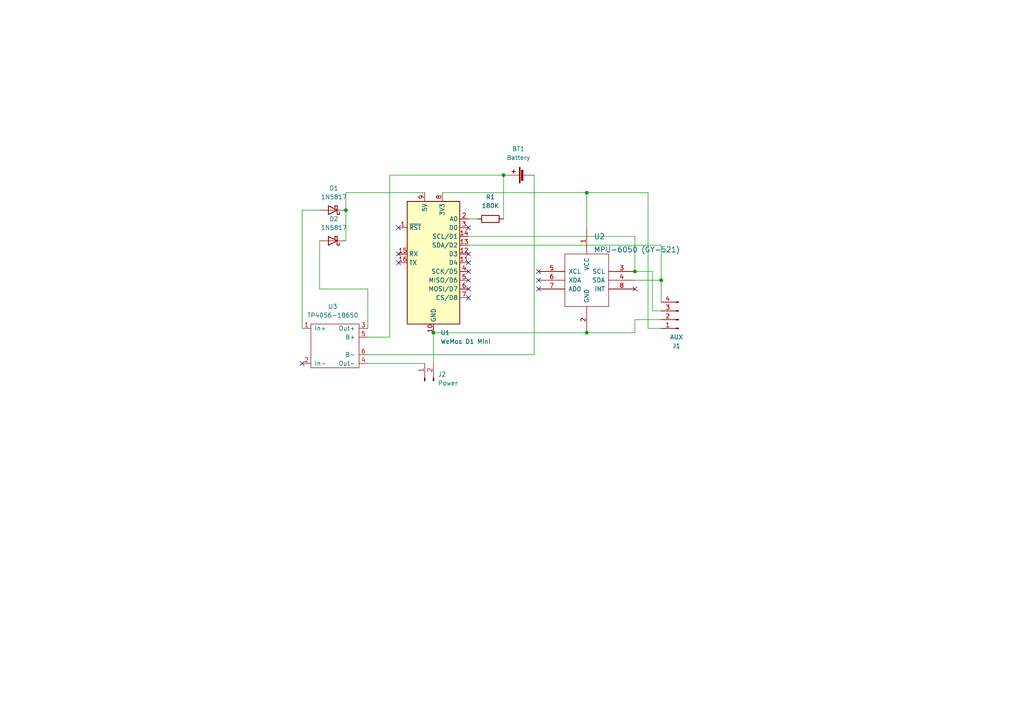
<source format=kicad_sch>
(kicad_sch (version 20211123) (generator eeschema)

  (uuid e63e39d7-6ac0-4ffd-8aa3-1841a4541b55)

  (paper "A4")

  (title_block
    (title "SlimeVR Mobo")
    (date "2022-02-23")
    (rev "1.0")
    (comment 4 "Author: Rolz73")
  )

  (lib_symbols
    (symbol "Connector:Conn_01x02_Male" (pin_names (offset 1.016) hide) (in_bom yes) (on_board yes)
      (property "Reference" "J" (id 0) (at 0 2.54 0)
        (effects (font (size 1.27 1.27)))
      )
      (property "Value" "Conn_01x02_Male" (id 1) (at 0 -5.08 0)
        (effects (font (size 1.27 1.27)))
      )
      (property "Footprint" "" (id 2) (at 0 0 0)
        (effects (font (size 1.27 1.27)) hide)
      )
      (property "Datasheet" "~" (id 3) (at 0 0 0)
        (effects (font (size 1.27 1.27)) hide)
      )
      (property "ki_keywords" "connector" (id 4) (at 0 0 0)
        (effects (font (size 1.27 1.27)) hide)
      )
      (property "ki_description" "Generic connector, single row, 01x02, script generated (kicad-library-utils/schlib/autogen/connector/)" (id 5) (at 0 0 0)
        (effects (font (size 1.27 1.27)) hide)
      )
      (property "ki_fp_filters" "Connector*:*_1x??_*" (id 6) (at 0 0 0)
        (effects (font (size 1.27 1.27)) hide)
      )
      (symbol "Conn_01x02_Male_1_1"
        (polyline
          (pts
            (xy 1.27 -2.54)
            (xy 0.8636 -2.54)
          )
          (stroke (width 0.1524) (type default) (color 0 0 0 0))
          (fill (type none))
        )
        (polyline
          (pts
            (xy 1.27 0)
            (xy 0.8636 0)
          )
          (stroke (width 0.1524) (type default) (color 0 0 0 0))
          (fill (type none))
        )
        (rectangle (start 0.8636 -2.413) (end 0 -2.667)
          (stroke (width 0.1524) (type default) (color 0 0 0 0))
          (fill (type outline))
        )
        (rectangle (start 0.8636 0.127) (end 0 -0.127)
          (stroke (width 0.1524) (type default) (color 0 0 0 0))
          (fill (type outline))
        )
        (pin passive line (at 5.08 0 180) (length 3.81)
          (name "Pin_1" (effects (font (size 1.27 1.27))))
          (number "1" (effects (font (size 1.27 1.27))))
        )
        (pin passive line (at 5.08 -2.54 180) (length 3.81)
          (name "Pin_2" (effects (font (size 1.27 1.27))))
          (number "2" (effects (font (size 1.27 1.27))))
        )
      )
    )
    (symbol "Connector:Conn_01x04_Male" (pin_names (offset 1.016) hide) (in_bom yes) (on_board yes)
      (property "Reference" "J" (id 0) (at 0 5.08 0)
        (effects (font (size 1.27 1.27)))
      )
      (property "Value" "Conn_01x04_Male" (id 1) (at 0 -7.62 0)
        (effects (font (size 1.27 1.27)))
      )
      (property "Footprint" "" (id 2) (at 0 0 0)
        (effects (font (size 1.27 1.27)) hide)
      )
      (property "Datasheet" "~" (id 3) (at 0 0 0)
        (effects (font (size 1.27 1.27)) hide)
      )
      (property "ki_keywords" "connector" (id 4) (at 0 0 0)
        (effects (font (size 1.27 1.27)) hide)
      )
      (property "ki_description" "Generic connector, single row, 01x04, script generated (kicad-library-utils/schlib/autogen/connector/)" (id 5) (at 0 0 0)
        (effects (font (size 1.27 1.27)) hide)
      )
      (property "ki_fp_filters" "Connector*:*_1x??_*" (id 6) (at 0 0 0)
        (effects (font (size 1.27 1.27)) hide)
      )
      (symbol "Conn_01x04_Male_1_1"
        (polyline
          (pts
            (xy 1.27 -5.08)
            (xy 0.8636 -5.08)
          )
          (stroke (width 0.1524) (type default) (color 0 0 0 0))
          (fill (type none))
        )
        (polyline
          (pts
            (xy 1.27 -2.54)
            (xy 0.8636 -2.54)
          )
          (stroke (width 0.1524) (type default) (color 0 0 0 0))
          (fill (type none))
        )
        (polyline
          (pts
            (xy 1.27 0)
            (xy 0.8636 0)
          )
          (stroke (width 0.1524) (type default) (color 0 0 0 0))
          (fill (type none))
        )
        (polyline
          (pts
            (xy 1.27 2.54)
            (xy 0.8636 2.54)
          )
          (stroke (width 0.1524) (type default) (color 0 0 0 0))
          (fill (type none))
        )
        (rectangle (start 0.8636 -4.953) (end 0 -5.207)
          (stroke (width 0.1524) (type default) (color 0 0 0 0))
          (fill (type outline))
        )
        (rectangle (start 0.8636 -2.413) (end 0 -2.667)
          (stroke (width 0.1524) (type default) (color 0 0 0 0))
          (fill (type outline))
        )
        (rectangle (start 0.8636 0.127) (end 0 -0.127)
          (stroke (width 0.1524) (type default) (color 0 0 0 0))
          (fill (type outline))
        )
        (rectangle (start 0.8636 2.667) (end 0 2.413)
          (stroke (width 0.1524) (type default) (color 0 0 0 0))
          (fill (type outline))
        )
        (pin passive line (at 5.08 2.54 180) (length 3.81)
          (name "Pin_1" (effects (font (size 1.27 1.27))))
          (number "1" (effects (font (size 1.27 1.27))))
        )
        (pin passive line (at 5.08 0 180) (length 3.81)
          (name "Pin_2" (effects (font (size 1.27 1.27))))
          (number "2" (effects (font (size 1.27 1.27))))
        )
        (pin passive line (at 5.08 -2.54 180) (length 3.81)
          (name "Pin_3" (effects (font (size 1.27 1.27))))
          (number "3" (effects (font (size 1.27 1.27))))
        )
        (pin passive line (at 5.08 -5.08 180) (length 3.81)
          (name "Pin_4" (effects (font (size 1.27 1.27))))
          (number "4" (effects (font (size 1.27 1.27))))
        )
      )
    )
    (symbol "Device:Battery_Cell" (pin_numbers hide) (pin_names (offset 0) hide) (in_bom yes) (on_board yes)
      (property "Reference" "BT" (id 0) (at 2.54 2.54 0)
        (effects (font (size 1.27 1.27)) (justify left))
      )
      (property "Value" "Battery_Cell" (id 1) (at 2.54 0 0)
        (effects (font (size 1.27 1.27)) (justify left))
      )
      (property "Footprint" "" (id 2) (at 0 1.524 90)
        (effects (font (size 1.27 1.27)) hide)
      )
      (property "Datasheet" "~" (id 3) (at 0 1.524 90)
        (effects (font (size 1.27 1.27)) hide)
      )
      (property "ki_keywords" "battery cell" (id 4) (at 0 0 0)
        (effects (font (size 1.27 1.27)) hide)
      )
      (property "ki_description" "Single-cell battery" (id 5) (at 0 0 0)
        (effects (font (size 1.27 1.27)) hide)
      )
      (symbol "Battery_Cell_0_1"
        (rectangle (start -2.286 1.778) (end 2.286 1.524)
          (stroke (width 0) (type default) (color 0 0 0 0))
          (fill (type outline))
        )
        (rectangle (start -1.5748 1.1938) (end 1.4732 0.6858)
          (stroke (width 0) (type default) (color 0 0 0 0))
          (fill (type outline))
        )
        (polyline
          (pts
            (xy 0 0.762)
            (xy 0 0)
          )
          (stroke (width 0) (type default) (color 0 0 0 0))
          (fill (type none))
        )
        (polyline
          (pts
            (xy 0 1.778)
            (xy 0 2.54)
          )
          (stroke (width 0) (type default) (color 0 0 0 0))
          (fill (type none))
        )
        (polyline
          (pts
            (xy 0.508 3.429)
            (xy 1.524 3.429)
          )
          (stroke (width 0.254) (type default) (color 0 0 0 0))
          (fill (type none))
        )
        (polyline
          (pts
            (xy 1.016 3.937)
            (xy 1.016 2.921)
          )
          (stroke (width 0.254) (type default) (color 0 0 0 0))
          (fill (type none))
        )
      )
      (symbol "Battery_Cell_1_1"
        (pin passive line (at 0 5.08 270) (length 2.54)
          (name "+" (effects (font (size 1.27 1.27))))
          (number "1" (effects (font (size 1.27 1.27))))
        )
        (pin passive line (at 0 -2.54 90) (length 2.54)
          (name "-" (effects (font (size 1.27 1.27))))
          (number "2" (effects (font (size 1.27 1.27))))
        )
      )
    )
    (symbol "Device:R" (pin_numbers hide) (pin_names (offset 0)) (in_bom yes) (on_board yes)
      (property "Reference" "R" (id 0) (at 2.032 0 90)
        (effects (font (size 1.27 1.27)))
      )
      (property "Value" "R" (id 1) (at 0 0 90)
        (effects (font (size 1.27 1.27)))
      )
      (property "Footprint" "" (id 2) (at -1.778 0 90)
        (effects (font (size 1.27 1.27)) hide)
      )
      (property "Datasheet" "~" (id 3) (at 0 0 0)
        (effects (font (size 1.27 1.27)) hide)
      )
      (property "ki_keywords" "R res resistor" (id 4) (at 0 0 0)
        (effects (font (size 1.27 1.27)) hide)
      )
      (property "ki_description" "Resistor" (id 5) (at 0 0 0)
        (effects (font (size 1.27 1.27)) hide)
      )
      (property "ki_fp_filters" "R_*" (id 6) (at 0 0 0)
        (effects (font (size 1.27 1.27)) hide)
      )
      (symbol "R_0_1"
        (rectangle (start -1.016 -2.54) (end 1.016 2.54)
          (stroke (width 0.254) (type default) (color 0 0 0 0))
          (fill (type none))
        )
      )
      (symbol "R_1_1"
        (pin passive line (at 0 3.81 270) (length 1.27)
          (name "~" (effects (font (size 1.27 1.27))))
          (number "1" (effects (font (size 1.27 1.27))))
        )
        (pin passive line (at 0 -3.81 90) (length 1.27)
          (name "~" (effects (font (size 1.27 1.27))))
          (number "2" (effects (font (size 1.27 1.27))))
        )
      )
    )
    (symbol "Diode:1N5817" (pin_numbers hide) (pin_names (offset 1.016) hide) (in_bom yes) (on_board yes)
      (property "Reference" "D" (id 0) (at 0 2.54 0)
        (effects (font (size 1.27 1.27)))
      )
      (property "Value" "1N5817" (id 1) (at 0 -2.54 0)
        (effects (font (size 1.27 1.27)))
      )
      (property "Footprint" "Diode_THT:D_DO-41_SOD81_P10.16mm_Horizontal" (id 2) (at 0 -4.445 0)
        (effects (font (size 1.27 1.27)) hide)
      )
      (property "Datasheet" "http://www.vishay.com/docs/88525/1n5817.pdf" (id 3) (at 0 0 0)
        (effects (font (size 1.27 1.27)) hide)
      )
      (property "ki_keywords" "diode Schottky" (id 4) (at 0 0 0)
        (effects (font (size 1.27 1.27)) hide)
      )
      (property "ki_description" "20V 1A Schottky Barrier Rectifier Diode, DO-41" (id 5) (at 0 0 0)
        (effects (font (size 1.27 1.27)) hide)
      )
      (property "ki_fp_filters" "D*DO?41*" (id 6) (at 0 0 0)
        (effects (font (size 1.27 1.27)) hide)
      )
      (symbol "1N5817_0_1"
        (polyline
          (pts
            (xy 1.27 0)
            (xy -1.27 0)
          )
          (stroke (width 0) (type default) (color 0 0 0 0))
          (fill (type none))
        )
        (polyline
          (pts
            (xy 1.27 1.27)
            (xy 1.27 -1.27)
            (xy -1.27 0)
            (xy 1.27 1.27)
          )
          (stroke (width 0.254) (type default) (color 0 0 0 0))
          (fill (type none))
        )
        (polyline
          (pts
            (xy -1.905 0.635)
            (xy -1.905 1.27)
            (xy -1.27 1.27)
            (xy -1.27 -1.27)
            (xy -0.635 -1.27)
            (xy -0.635 -0.635)
          )
          (stroke (width 0.254) (type default) (color 0 0 0 0))
          (fill (type none))
        )
      )
      (symbol "1N5817_1_1"
        (pin passive line (at -3.81 0 0) (length 2.54)
          (name "K" (effects (font (size 1.27 1.27))))
          (number "1" (effects (font (size 1.27 1.27))))
        )
        (pin passive line (at 3.81 0 180) (length 2.54)
          (name "A" (effects (font (size 1.27 1.27))))
          (number "2" (effects (font (size 1.27 1.27))))
        )
      )
    )
    (symbol "MCU_Module:WeMos_D1_mini" (in_bom yes) (on_board yes)
      (property "Reference" "U" (id 0) (at 3.81 19.05 0)
        (effects (font (size 1.27 1.27)) (justify left))
      )
      (property "Value" "WeMos_D1_mini" (id 1) (at 1.27 -19.05 0)
        (effects (font (size 1.27 1.27)) (justify left))
      )
      (property "Footprint" "Module:WEMOS_D1_mini_light" (id 2) (at 0 -29.21 0)
        (effects (font (size 1.27 1.27)) hide)
      )
      (property "Datasheet" "https://wiki.wemos.cc/products:d1:d1_mini#documentation" (id 3) (at -46.99 -29.21 0)
        (effects (font (size 1.27 1.27)) hide)
      )
      (property "ki_keywords" "ESP8266 WiFi microcontroller ESP8266EX" (id 4) (at 0 0 0)
        (effects (font (size 1.27 1.27)) hide)
      )
      (property "ki_description" "32-bit microcontroller module with WiFi" (id 5) (at 0 0 0)
        (effects (font (size 1.27 1.27)) hide)
      )
      (property "ki_fp_filters" "WEMOS*D1*mini*" (id 6) (at 0 0 0)
        (effects (font (size 1.27 1.27)) hide)
      )
      (symbol "WeMos_D1_mini_1_1"
        (rectangle (start -7.62 17.78) (end 7.62 -17.78)
          (stroke (width 0.254) (type default) (color 0 0 0 0))
          (fill (type background))
        )
        (pin input line (at -10.16 10.16 0) (length 2.54)
          (name "~{RST}" (effects (font (size 1.27 1.27))))
          (number "1" (effects (font (size 1.27 1.27))))
        )
        (pin power_in line (at 0 -20.32 90) (length 2.54)
          (name "GND" (effects (font (size 1.27 1.27))))
          (number "10" (effects (font (size 1.27 1.27))))
        )
        (pin bidirectional line (at 10.16 0 180) (length 2.54)
          (name "D4" (effects (font (size 1.27 1.27))))
          (number "11" (effects (font (size 1.27 1.27))))
        )
        (pin bidirectional line (at 10.16 2.54 180) (length 2.54)
          (name "D3" (effects (font (size 1.27 1.27))))
          (number "12" (effects (font (size 1.27 1.27))))
        )
        (pin bidirectional line (at 10.16 5.08 180) (length 2.54)
          (name "SDA/D2" (effects (font (size 1.27 1.27))))
          (number "13" (effects (font (size 1.27 1.27))))
        )
        (pin bidirectional line (at 10.16 7.62 180) (length 2.54)
          (name "SCL/D1" (effects (font (size 1.27 1.27))))
          (number "14" (effects (font (size 1.27 1.27))))
        )
        (pin input line (at -10.16 2.54 0) (length 2.54)
          (name "RX" (effects (font (size 1.27 1.27))))
          (number "15" (effects (font (size 1.27 1.27))))
        )
        (pin output line (at -10.16 0 0) (length 2.54)
          (name "TX" (effects (font (size 1.27 1.27))))
          (number "16" (effects (font (size 1.27 1.27))))
        )
        (pin input line (at 10.16 12.7 180) (length 2.54)
          (name "A0" (effects (font (size 1.27 1.27))))
          (number "2" (effects (font (size 1.27 1.27))))
        )
        (pin bidirectional line (at 10.16 10.16 180) (length 2.54)
          (name "D0" (effects (font (size 1.27 1.27))))
          (number "3" (effects (font (size 1.27 1.27))))
        )
        (pin bidirectional line (at 10.16 -2.54 180) (length 2.54)
          (name "SCK/D5" (effects (font (size 1.27 1.27))))
          (number "4" (effects (font (size 1.27 1.27))))
        )
        (pin bidirectional line (at 10.16 -5.08 180) (length 2.54)
          (name "MISO/D6" (effects (font (size 1.27 1.27))))
          (number "5" (effects (font (size 1.27 1.27))))
        )
        (pin bidirectional line (at 10.16 -7.62 180) (length 2.54)
          (name "MOSI/D7" (effects (font (size 1.27 1.27))))
          (number "6" (effects (font (size 1.27 1.27))))
        )
        (pin bidirectional line (at 10.16 -10.16 180) (length 2.54)
          (name "CS/D8" (effects (font (size 1.27 1.27))))
          (number "7" (effects (font (size 1.27 1.27))))
        )
        (pin power_out line (at 2.54 20.32 270) (length 2.54)
          (name "3V3" (effects (font (size 1.27 1.27))))
          (number "8" (effects (font (size 1.27 1.27))))
        )
        (pin power_in line (at -2.54 20.32 270) (length 2.54)
          (name "5V" (effects (font (size 1.27 1.27))))
          (number "9" (effects (font (size 1.27 1.27))))
        )
      )
    )
    (symbol "TP4056:TP4056-18650" (pin_names (offset 1.016)) (in_bom yes) (on_board yes)
      (property "Reference" "U" (id 0) (at -6.35 7.62 0)
        (effects (font (size 1.27 1.27)))
      )
      (property "Value" "TP4056-18650" (id 1) (at 0 -7.62 0)
        (effects (font (size 1.27 1.27)))
      )
      (property "Footprint" "" (id 2) (at -2.54 -2.54 0)
        (effects (font (size 1.27 1.27)) hide)
      )
      (property "Datasheet" "" (id 3) (at -2.54 -2.54 0)
        (effects (font (size 1.27 1.27)) hide)
      )
      (symbol "TP4056-18650_0_1"
        (rectangle (start -8.89 3.81) (end -8.89 3.81)
          (stroke (width 0) (type default) (color 0 0 0 0))
          (fill (type none))
        )
        (polyline
          (pts
            (xy -7.62 6.35)
            (xy 6.35 6.35)
            (xy 6.35 -6.35)
            (xy -7.62 -6.35)
            (xy -7.62 6.35)
          )
          (stroke (width 0) (type default) (color 0 0 0 0))
          (fill (type none))
        )
      )
      (symbol "TP4056-18650_1_1"
        (pin input line (at -10.16 5.08 0) (length 2.54)
          (name "In+" (effects (font (size 1.27 1.27))))
          (number "1" (effects (font (size 1.27 1.27))))
        )
        (pin input line (at -10.16 -5.08 0) (length 2.54)
          (name "In-" (effects (font (size 1.27 1.27))))
          (number "2" (effects (font (size 1.27 1.27))))
        )
        (pin output line (at 8.89 5.08 180) (length 2.54)
          (name "Out+" (effects (font (size 1.27 1.27))))
          (number "3" (effects (font (size 1.27 1.27))))
        )
        (pin output line (at 8.89 -5.08 180) (length 2.54)
          (name "Out-" (effects (font (size 1.27 1.27))))
          (number "4" (effects (font (size 1.27 1.27))))
        )
        (pin input line (at 8.89 2.54 180) (length 2.54)
          (name "B+" (effects (font (size 1.27 1.27))))
          (number "5" (effects (font (size 1.27 1.27))))
        )
        (pin input line (at 8.89 -2.54 180) (length 2.54)
          (name "B-" (effects (font (size 1.27 1.27))))
          (number "6" (effects (font (size 1.27 1.27))))
        )
      )
    )
    (symbol "gy-521:GY-521" (pin_names (offset 1.016)) (in_bom yes) (on_board yes)
      (property "Reference" "U" (id 0) (at 2.54 8.89 0)
        (effects (font (size 1.524 1.524)))
      )
      (property "Value" "GY-521" (id 1) (at 5.08 11.43 0)
        (effects (font (size 1.524 1.524)))
      )
      (property "Footprint" "" (id 2) (at 0 0 0)
        (effects (font (size 1.524 1.524)))
      )
      (property "Datasheet" "" (id 3) (at 0 0 0)
        (effects (font (size 1.524 1.524)))
      )
      (symbol "GY-521_0_1"
        (rectangle (start -6.35 7.62) (end 6.35 -7.62)
          (stroke (width 0) (type default) (color 0 0 0 0))
          (fill (type none))
        )
      )
      (symbol "GY-521_1_1"
        (pin input line (at 0 15.24 270) (length 7.62)
          (name "VCC" (effects (font (size 1.27 1.27))))
          (number "1" (effects (font (size 1.27 1.27))))
        )
        (pin input line (at 0 -15.24 90) (length 7.62)
          (name "GND" (effects (font (size 1.27 1.27))))
          (number "2" (effects (font (size 1.27 1.27))))
        )
        (pin input line (at 13.97 2.54 180) (length 7.62)
          (name "SCL" (effects (font (size 1.27 1.27))))
          (number "3" (effects (font (size 1.27 1.27))))
        )
        (pin input line (at 13.97 0 180) (length 7.62)
          (name "SDA" (effects (font (size 1.27 1.27))))
          (number "4" (effects (font (size 1.27 1.27))))
        )
        (pin input line (at -13.97 2.54 0) (length 7.62)
          (name "XCL" (effects (font (size 1.27 1.27))))
          (number "5" (effects (font (size 1.27 1.27))))
        )
        (pin input line (at -13.97 0 0) (length 7.62)
          (name "XDA" (effects (font (size 1.27 1.27))))
          (number "6" (effects (font (size 1.27 1.27))))
        )
        (pin input line (at -13.97 -2.54 0) (length 7.62)
          (name "AD0" (effects (font (size 1.27 1.27))))
          (number "7" (effects (font (size 1.27 1.27))))
        )
        (pin input line (at 13.97 -2.54 180) (length 7.62)
          (name "INT" (effects (font (size 1.27 1.27))))
          (number "8" (effects (font (size 1.27 1.27))))
        )
      )
    )
  )

  (junction (at 146.05 50.8) (diameter 0) (color 0 0 0 0)
    (uuid 1c3872c4-913f-44d2-bbdb-5218e75cb8c9)
  )
  (junction (at 170.18 96.52) (diameter 0) (color 0 0 0 0)
    (uuid 2966d0c2-b6ff-4a98-a7d1-6be2850b713a)
  )
  (junction (at 125.73 96.52) (diameter 0) (color 0 0 0 0)
    (uuid 41fe93a4-4b19-46f6-9e3e-3fddfe664605)
  )
  (junction (at 100.33 60.96) (diameter 0) (color 0 0 0 0)
    (uuid 718d657a-8e51-40f7-a655-3f341a7abb80)
  )
  (junction (at 184.15 78.74) (diameter 0) (color 0 0 0 0)
    (uuid aac9b30c-61e3-4cb3-b32d-c0700fa8a3cb)
  )
  (junction (at 191.77 81.28) (diameter 0) (color 0 0 0 0)
    (uuid df90452d-3f51-4341-a0ac-58fd7007ffd1)
  )
  (junction (at 170.18 55.88) (diameter 0) (color 0 0 0 0)
    (uuid f2f2d0fe-931b-4942-8406-41f9e1eb85fb)
  )

  (no_connect (at 184.15 83.82) (uuid 849c2a16-40fd-4f1c-a58a-4c8d80776742))
  (no_connect (at 115.57 66.04) (uuid 849c2a16-40fd-4f1c-a58a-4c8d80776743))
  (no_connect (at 115.57 73.66) (uuid 849c2a16-40fd-4f1c-a58a-4c8d80776744))
  (no_connect (at 115.57 76.2) (uuid 849c2a16-40fd-4f1c-a58a-4c8d80776745))
  (no_connect (at 135.89 86.36) (uuid 849c2a16-40fd-4f1c-a58a-4c8d80776746))
  (no_connect (at 135.89 66.04) (uuid 849c2a16-40fd-4f1c-a58a-4c8d80776747))
  (no_connect (at 156.21 83.82) (uuid 849c2a16-40fd-4f1c-a58a-4c8d80776748))
  (no_connect (at 156.21 81.28) (uuid 849c2a16-40fd-4f1c-a58a-4c8d80776749))
  (no_connect (at 156.21 78.74) (uuid 849c2a16-40fd-4f1c-a58a-4c8d8077674a))
  (no_connect (at 135.89 83.82) (uuid c3243f10-92a5-4acc-b934-50aad2442a9d))
  (no_connect (at 135.89 81.28) (uuid c3243f10-92a5-4acc-b934-50aad2442a9e))
  (no_connect (at 135.89 78.74) (uuid c3243f10-92a5-4acc-b934-50aad2442a9f))
  (no_connect (at 135.89 76.2) (uuid c3243f10-92a5-4acc-b934-50aad2442aa0))
  (no_connect (at 135.89 73.66) (uuid c3243f10-92a5-4acc-b934-50aad2442aa1))
  (no_connect (at 87.63 105.41) (uuid fb204c13-36cf-4a09-9b02-a076fad0cbc4))

  (wire (pts (xy 87.63 95.25) (xy 87.63 60.96))
    (stroke (width 0) (type default) (color 0 0 0 0))
    (uuid 03394740-5e37-4d43-8e50-e06528193252)
  )
  (wire (pts (xy 184.15 68.58) (xy 184.15 78.74))
    (stroke (width 0) (type default) (color 0 0 0 0))
    (uuid 0468b3f5-2196-470b-ab63-4328b5f05e06)
  )
  (wire (pts (xy 184.15 92.71) (xy 191.77 92.71))
    (stroke (width 0) (type default) (color 0 0 0 0))
    (uuid 1661b63e-0f7b-422f-95fb-23e1b014bb67)
  )
  (wire (pts (xy 135.89 71.12) (xy 191.77 71.12))
    (stroke (width 0) (type default) (color 0 0 0 0))
    (uuid 232ea8da-d342-4282-8eac-bd32ad146859)
  )
  (wire (pts (xy 184.15 96.52) (xy 184.15 92.71))
    (stroke (width 0) (type default) (color 0 0 0 0))
    (uuid 279e0b95-ebfb-4b71-b884-1f6ffc93c47d)
  )
  (wire (pts (xy 189.23 78.74) (xy 189.23 90.17))
    (stroke (width 0) (type default) (color 0 0 0 0))
    (uuid 2aeb3129-bc3a-4d91-a7b1-66faee5b7649)
  )
  (wire (pts (xy 106.68 105.41) (xy 123.19 105.41))
    (stroke (width 0) (type default) (color 0 0 0 0))
    (uuid 2d38429c-e76f-4ac3-a609-eca610b831a6)
  )
  (wire (pts (xy 125.73 96.52) (xy 170.18 96.52))
    (stroke (width 0) (type default) (color 0 0 0 0))
    (uuid 333f18d2-d2b4-4bc6-abac-5163b684f16f)
  )
  (wire (pts (xy 100.33 60.96) (xy 100.33 55.88))
    (stroke (width 0) (type default) (color 0 0 0 0))
    (uuid 3e0f85f1-2ea0-4a81-93eb-2cc72287753c)
  )
  (wire (pts (xy 113.03 50.8) (xy 113.03 97.79))
    (stroke (width 0) (type default) (color 0 0 0 0))
    (uuid 46e7f52d-287c-4b4e-83bd-22f80a1de750)
  )
  (wire (pts (xy 146.05 50.8) (xy 113.03 50.8))
    (stroke (width 0) (type default) (color 0 0 0 0))
    (uuid 4e3625d3-246e-4ac9-9d5f-11acb6929546)
  )
  (wire (pts (xy 154.94 102.87) (xy 106.68 102.87))
    (stroke (width 0) (type default) (color 0 0 0 0))
    (uuid 5658c9dd-a68f-4bfd-8144-690ffda3f807)
  )
  (wire (pts (xy 191.77 95.25) (xy 187.96 95.25))
    (stroke (width 0) (type default) (color 0 0 0 0))
    (uuid 5d3d0db6-0f93-487b-89e2-f850b13a9f69)
  )
  (wire (pts (xy 100.33 55.88) (xy 123.19 55.88))
    (stroke (width 0) (type default) (color 0 0 0 0))
    (uuid 625c2afc-123e-46e1-8b33-8d3c15458862)
  )
  (wire (pts (xy 92.71 69.85) (xy 92.71 83.82))
    (stroke (width 0) (type default) (color 0 0 0 0))
    (uuid 633e0c30-b110-4b00-bb0c-1fa95a099175)
  )
  (wire (pts (xy 187.96 95.25) (xy 187.96 55.88))
    (stroke (width 0) (type default) (color 0 0 0 0))
    (uuid 737a1995-2b74-4edc-9d40-7a871a0b36d4)
  )
  (wire (pts (xy 170.18 96.52) (xy 184.15 96.52))
    (stroke (width 0) (type default) (color 0 0 0 0))
    (uuid 7b5c726e-56e2-43fd-8b38-79183d1d6841)
  )
  (wire (pts (xy 170.18 55.88) (xy 187.96 55.88))
    (stroke (width 0) (type default) (color 0 0 0 0))
    (uuid 860d2808-0785-4650-a91f-74834b9ddcd2)
  )
  (wire (pts (xy 191.77 71.12) (xy 191.77 81.28))
    (stroke (width 0) (type default) (color 0 0 0 0))
    (uuid 8934ee6e-9b26-4387-8d2f-15349d94b8c8)
  )
  (wire (pts (xy 135.89 63.5) (xy 138.43 63.5))
    (stroke (width 0) (type default) (color 0 0 0 0))
    (uuid 9292defd-9cc7-4006-bd2f-d211a55c141a)
  )
  (wire (pts (xy 184.15 78.74) (xy 189.23 78.74))
    (stroke (width 0) (type default) (color 0 0 0 0))
    (uuid 982f0320-2c76-4e7a-9433-6ba8b9c20662)
  )
  (wire (pts (xy 125.73 96.52) (xy 125.73 105.41))
    (stroke (width 0) (type default) (color 0 0 0 0))
    (uuid a012bb80-fa8e-495e-8431-65990ddf0aee)
  )
  (wire (pts (xy 135.89 68.58) (xy 184.15 68.58))
    (stroke (width 0) (type default) (color 0 0 0 0))
    (uuid a37e0ac7-eddc-4afc-92f1-a8810896526d)
  )
  (wire (pts (xy 113.03 97.79) (xy 106.68 97.79))
    (stroke (width 0) (type default) (color 0 0 0 0))
    (uuid af8c42a1-244f-4ab9-9068-8aebecf7c050)
  )
  (wire (pts (xy 147.32 50.8) (xy 146.05 50.8))
    (stroke (width 0) (type default) (color 0 0 0 0))
    (uuid b0d08b80-4334-4bf3-a1b5-3d51296a53dc)
  )
  (wire (pts (xy 191.77 81.28) (xy 184.15 81.28))
    (stroke (width 0) (type default) (color 0 0 0 0))
    (uuid b1272b01-15ab-40ae-b6f2-772164d007b6)
  )
  (wire (pts (xy 100.33 60.96) (xy 100.33 69.85))
    (stroke (width 0) (type default) (color 0 0 0 0))
    (uuid b3ae6b5c-15e1-4012-8dbf-9f5798f480cc)
  )
  (wire (pts (xy 146.05 50.8) (xy 146.05 63.5))
    (stroke (width 0) (type default) (color 0 0 0 0))
    (uuid c4df3502-e2bd-4491-b9fc-92b3bb66cab6)
  )
  (wire (pts (xy 191.77 87.63) (xy 191.77 81.28))
    (stroke (width 0) (type default) (color 0 0 0 0))
    (uuid c5316c8c-b5b0-41ef-914b-bbd5061ede3d)
  )
  (wire (pts (xy 170.18 55.88) (xy 128.27 55.88))
    (stroke (width 0) (type default) (color 0 0 0 0))
    (uuid c7c4a671-3755-4de9-890e-1b6c523b959e)
  )
  (wire (pts (xy 92.71 83.82) (xy 106.68 83.82))
    (stroke (width 0) (type default) (color 0 0 0 0))
    (uuid c963c8ed-73f8-4123-8e83-68881f5d4657)
  )
  (wire (pts (xy 191.77 90.17) (xy 189.23 90.17))
    (stroke (width 0) (type default) (color 0 0 0 0))
    (uuid c9856956-f90d-4225-b145-c23cc91a47a0)
  )
  (wire (pts (xy 106.68 83.82) (xy 106.68 95.25))
    (stroke (width 0) (type default) (color 0 0 0 0))
    (uuid d6b8f803-bd0e-42b2-9586-7a0c286a4a78)
  )
  (wire (pts (xy 87.63 60.96) (xy 92.71 60.96))
    (stroke (width 0) (type default) (color 0 0 0 0))
    (uuid e7cfaa4d-95cc-4500-94eb-2186263eb97e)
  )
  (wire (pts (xy 154.94 50.8) (xy 154.94 102.87))
    (stroke (width 0) (type default) (color 0 0 0 0))
    (uuid ebf4f21c-060b-4e1b-a8de-434e619b38c2)
  )
  (wire (pts (xy 170.18 66.04) (xy 170.18 55.88))
    (stroke (width 0) (type default) (color 0 0 0 0))
    (uuid f9f486cc-0c05-43d8-9249-83dcdec0ce70)
  )

  (symbol (lib_id "Diode:1N5817") (at 96.52 69.85 180) (unit 1)
    (in_bom yes) (on_board yes) (fields_autoplaced)
    (uuid 1712bce1-82b2-4061-8271-332eb75bb1a6)
    (property "Reference" "D2" (id 0) (at 96.8375 63.5 0))
    (property "Value" "1N5817" (id 1) (at 96.8375 66.04 0))
    (property "Footprint" "Diode_THT:D_DO-41_SOD81_P10.16mm_Horizontal" (id 2) (at 96.52 65.405 0)
      (effects (font (size 1.27 1.27)) hide)
    )
    (property "Datasheet" "http://www.vishay.com/docs/88525/1n5817.pdf" (id 3) (at 96.52 69.85 0)
      (effects (font (size 1.27 1.27)) hide)
    )
    (pin "1" (uuid 3b16e01e-f1b7-4560-b476-1275688efb16))
    (pin "2" (uuid 7fc11cf4-5bf3-4f93-881a-bdc0baa79b3a))
  )

  (symbol (lib_id "Device:Battery_Cell") (at 152.4 50.8 90) (unit 1)
    (in_bom yes) (on_board yes) (fields_autoplaced)
    (uuid 30a06f66-9fee-4536-b302-01811e2778bb)
    (property "Reference" "BT1" (id 0) (at 150.368 43.18 90))
    (property "Value" "Battery" (id 1) (at 150.368 45.72 90))
    (property "Footprint" "SlimeVRMobo:Battery" (id 2) (at 150.876 50.8 90)
      (effects (font (size 1.27 1.27)) hide)
    )
    (property "Datasheet" "~" (id 3) (at 150.876 50.8 90)
      (effects (font (size 1.27 1.27)) hide)
    )
    (pin "1" (uuid c2c49e73-2853-42df-a3d2-60bf1fac8f2e))
    (pin "2" (uuid e4225e3a-e898-4543-8401-e8105d02a382))
  )

  (symbol (lib_id "Connector:Conn_01x02_Male") (at 123.19 110.49 90) (unit 1)
    (in_bom yes) (on_board yes) (fields_autoplaced)
    (uuid 49389a66-8741-452b-8284-834f65c51e1b)
    (property "Reference" "J2" (id 0) (at 127 108.5849 90)
      (effects (font (size 1.27 1.27)) (justify right))
    )
    (property "Value" "Power" (id 1) (at 127 111.1249 90)
      (effects (font (size 1.27 1.27)) (justify right))
    )
    (property "Footprint" "Connector_PinHeader_2.54mm:PinHeader_1x02_P2.54mm_Vertical" (id 2) (at 123.19 110.49 0)
      (effects (font (size 1.27 1.27)) hide)
    )
    (property "Datasheet" "~" (id 3) (at 123.19 110.49 0)
      (effects (font (size 1.27 1.27)) hide)
    )
    (pin "1" (uuid ca0eab8e-e3fd-464d-bb03-d1603b8a651b))
    (pin "2" (uuid 6f75ea3e-6135-44f5-9313-1aad839ab6f6))
  )

  (symbol (lib_id "MCU_Module:WeMos_D1_mini") (at 125.73 76.2 0) (unit 1)
    (in_bom yes) (on_board yes) (fields_autoplaced)
    (uuid a2e657e9-8fbb-46fe-96c9-f7babcd4a7d6)
    (property "Reference" "U1" (id 0) (at 127.7494 96.52 0)
      (effects (font (size 1.27 1.27)) (justify left))
    )
    (property "Value" "WeMos D1 Mini" (id 1) (at 127.7494 99.06 0)
      (effects (font (size 1.27 1.27)) (justify left))
    )
    (property "Footprint" "Module:WEMOS_D1_mini_light" (id 2) (at 125.73 105.41 0)
      (effects (font (size 1.27 1.27)) hide)
    )
    (property "Datasheet" "" (id 3) (at 78.74 105.41 0)
      (effects (font (size 1.27 1.27)) hide)
    )
    (pin "1" (uuid 73c4a22b-6852-466b-986e-cd58834dbe20))
    (pin "10" (uuid 2cb9c49e-82d7-476b-bc58-8c6fff3dddf8))
    (pin "11" (uuid 4bb5736a-d22c-47e8-a09f-02490b2d7b1d))
    (pin "12" (uuid fdf1b3e7-069e-4f76-9d87-caaeb7d55ad9))
    (pin "13" (uuid eefbb01a-1017-402d-94d8-5e1519140627))
    (pin "14" (uuid d7c96d03-c33d-42a4-b9f5-33ebc94d6064))
    (pin "15" (uuid 7442195e-b309-4104-87d4-096c8b6e0583))
    (pin "16" (uuid f2b36193-b632-424c-b534-9f2f874f65c5))
    (pin "2" (uuid 62a0b005-d543-412f-93b9-72a8d1c3610c))
    (pin "3" (uuid 520b6a75-0c73-42ff-a977-3233797b07fd))
    (pin "4" (uuid 831a4f32-12d2-4459-a312-8eb16d9bc613))
    (pin "5" (uuid f3ba56bf-dc73-46ce-baf4-178b1da76b36))
    (pin "6" (uuid 7c849e86-e149-44f3-8e6f-1e68de7023ea))
    (pin "7" (uuid cfbc958e-3fb8-49ab-a1a0-0abbb8af3f4b))
    (pin "8" (uuid 8197234b-d466-4dd0-b29a-d8c861bfb7ac))
    (pin "9" (uuid acdd6813-47a9-43b9-8c0d-c0787f18321e))
  )

  (symbol (lib_id "Connector:Conn_01x04_Male") (at 196.85 92.71 180) (unit 1)
    (in_bom yes) (on_board yes) (fields_autoplaced)
    (uuid a6a4eea9-f75e-4f3a-bb3d-08d711b31662)
    (property "Reference" "J1" (id 0) (at 196.215 100.33 0))
    (property "Value" "AUX" (id 1) (at 196.215 97.79 0))
    (property "Footprint" "Connector_JST:JST_XH_B4B-XH-A_1x04_P2.50mm_Vertical" (id 2) (at 196.85 92.71 0)
      (effects (font (size 1.27 1.27)) hide)
    )
    (property "Datasheet" "~" (id 3) (at 196.85 92.71 0)
      (effects (font (size 1.27 1.27)) hide)
    )
    (pin "1" (uuid 9c62cee8-92e1-4d8c-ae39-608e89b46f51))
    (pin "2" (uuid c4341add-cd9b-4cb5-b7c9-44f97b8f1899))
    (pin "3" (uuid dab160f9-ae30-44e4-8239-3e87b3a84715))
    (pin "4" (uuid d7330338-c0d5-4a64-b93d-2554a72179c2))
  )

  (symbol (lib_id "gy-521:GY-521") (at 170.18 81.28 0) (unit 1)
    (in_bom yes) (on_board yes) (fields_autoplaced)
    (uuid d40a4da3-8d4b-4078-ab6e-16023e0e2fdc)
    (property "Reference" "U2" (id 0) (at 172.1994 68.58 0)
      (effects (font (size 1.524 1.524)) (justify left))
    )
    (property "Value" "MPU-6050 (GY-521)" (id 1) (at 172.1994 72.39 0)
      (effects (font (size 1.524 1.524)) (justify left))
    )
    (property "Footprint" "SlimeVRMobo:GY-521" (id 2) (at 170.18 81.28 0)
      (effects (font (size 1.524 1.524)) hide)
    )
    (property "Datasheet" "" (id 3) (at 170.18 81.28 0)
      (effects (font (size 1.524 1.524)) hide)
    )
    (pin "1" (uuid 61995fc1-d164-4eb4-b4bd-b543e3c86ea7))
    (pin "2" (uuid bcb18a97-9e4e-418d-8879-eaa8aabc7b5e))
    (pin "3" (uuid 1c54f713-91cc-4a71-999b-7980e5836231))
    (pin "4" (uuid 59d2748f-0c97-4cc1-ae68-3227560e4bb2))
    (pin "5" (uuid a11edde1-d20f-49bc-b294-9042266530e1))
    (pin "6" (uuid 96c35c92-f0ec-48c7-a671-2f1bc5b1ed4e))
    (pin "7" (uuid 2d81b6b0-0081-4717-818c-9e22a2881f1b))
    (pin "8" (uuid 6dd37b2a-a732-48dd-8cd4-b55f4c7efaa3))
  )

  (symbol (lib_id "Diode:1N5817") (at 96.52 60.96 180) (unit 1)
    (in_bom yes) (on_board yes) (fields_autoplaced)
    (uuid f8c0c85b-63aa-4456-8454-d2738e87b07e)
    (property "Reference" "D1" (id 0) (at 96.8375 54.61 0))
    (property "Value" "1N5817" (id 1) (at 96.8375 57.15 0))
    (property "Footprint" "Diode_THT:D_DO-41_SOD81_P10.16mm_Horizontal" (id 2) (at 96.52 56.515 0)
      (effects (font (size 1.27 1.27)) hide)
    )
    (property "Datasheet" "http://www.vishay.com/docs/88525/1n5817.pdf" (id 3) (at 96.52 60.96 0)
      (effects (font (size 1.27 1.27)) hide)
    )
    (pin "1" (uuid 99e54519-d20a-45b3-ae87-4d6c0dc3e732))
    (pin "2" (uuid cc6719ea-cbc4-4df1-901a-696ccd520832))
  )

  (symbol (lib_id "Device:R") (at 142.24 63.5 270) (unit 1)
    (in_bom yes) (on_board yes) (fields_autoplaced)
    (uuid f9b30b40-7bf6-4e31-9bb4-7f34e740cd2d)
    (property "Reference" "R1" (id 0) (at 142.24 57.15 90))
    (property "Value" "180K" (id 1) (at 142.24 59.69 90))
    (property "Footprint" "Resistor_THT:R_Axial_DIN0207_L6.3mm_D2.5mm_P7.62mm_Horizontal" (id 2) (at 142.24 61.722 90)
      (effects (font (size 1.27 1.27)) hide)
    )
    (property "Datasheet" "~" (id 3) (at 142.24 63.5 0)
      (effects (font (size 1.27 1.27)) hide)
    )
    (pin "1" (uuid d64c3522-7fcf-4ff3-ba0f-e9a13ab078b3))
    (pin "2" (uuid 8fde348d-fc67-4c49-92f7-b54064824a84))
  )

  (symbol (lib_id "TP4056:TP4056-18650") (at 97.79 100.33 0) (unit 1)
    (in_bom yes) (on_board yes) (fields_autoplaced)
    (uuid ff400bec-ef06-4dbb-9c85-4365a7d29e10)
    (property "Reference" "U3" (id 0) (at 96.52 88.9 0))
    (property "Value" "TP4056-18650" (id 1) (at 96.52 91.44 0))
    (property "Footprint" "SlimeVRMobo:TP4056-18650" (id 2) (at 95.25 102.87 0)
      (effects (font (size 1.27 1.27)) hide)
    )
    (property "Datasheet" "" (id 3) (at 95.25 102.87 0)
      (effects (font (size 1.27 1.27)) hide)
    )
    (pin "1" (uuid 527ff109-3208-46e9-b862-0b0d9928f454))
    (pin "2" (uuid fd442a70-5175-49c3-b181-d2ac4b6bdfff))
    (pin "3" (uuid e4bc036a-f187-4fe2-aaa2-94b6d082f5bc))
    (pin "4" (uuid 574d5c15-812e-4405-b6ca-39c11770f6b6))
    (pin "5" (uuid 9f026f0d-a727-4f17-90b6-04111fc0e5d9))
    (pin "6" (uuid 0ddb3e07-1ca6-4fd7-95af-1e24be6ac67f))
  )

  (sheet_instances
    (path "/" (page "1"))
  )

  (symbol_instances
    (path "/30a06f66-9fee-4536-b302-01811e2778bb"
      (reference "BT1") (unit 1) (value "Battery") (footprint "SlimeVRMobo:Battery")
    )
    (path "/f8c0c85b-63aa-4456-8454-d2738e87b07e"
      (reference "D1") (unit 1) (value "1N5817") (footprint "Diode_THT:D_DO-41_SOD81_P10.16mm_Horizontal")
    )
    (path "/1712bce1-82b2-4061-8271-332eb75bb1a6"
      (reference "D2") (unit 1) (value "1N5817") (footprint "Diode_THT:D_DO-41_SOD81_P10.16mm_Horizontal")
    )
    (path "/a6a4eea9-f75e-4f3a-bb3d-08d711b31662"
      (reference "J1") (unit 1) (value "AUX") (footprint "Connector_JST:JST_XH_B4B-XH-A_1x04_P2.50mm_Vertical")
    )
    (path "/49389a66-8741-452b-8284-834f65c51e1b"
      (reference "J2") (unit 1) (value "Power") (footprint "Connector_PinHeader_2.54mm:PinHeader_1x02_P2.54mm_Vertical")
    )
    (path "/f9b30b40-7bf6-4e31-9bb4-7f34e740cd2d"
      (reference "R1") (unit 1) (value "180K") (footprint "Resistor_THT:R_Axial_DIN0207_L6.3mm_D2.5mm_P7.62mm_Horizontal")
    )
    (path "/a2e657e9-8fbb-46fe-96c9-f7babcd4a7d6"
      (reference "U1") (unit 1) (value "WeMos D1 Mini") (footprint "Module:WEMOS_D1_mini_light")
    )
    (path "/d40a4da3-8d4b-4078-ab6e-16023e0e2fdc"
      (reference "U2") (unit 1) (value "MPU-6050 (GY-521)") (footprint "SlimeVRMobo:GY-521")
    )
    (path "/ff400bec-ef06-4dbb-9c85-4365a7d29e10"
      (reference "U3") (unit 1) (value "TP4056-18650") (footprint "SlimeVRMobo:TP4056-18650")
    )
  )
)

</source>
